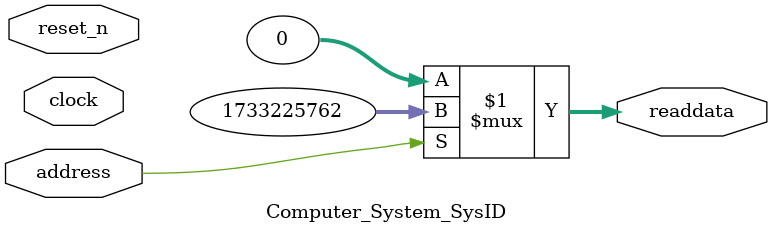
<source format=v>



// synthesis translate_off
`timescale 1ns / 1ps
// synthesis translate_on

// turn off superfluous verilog processor warnings 
// altera message_level Level1 
// altera message_off 10034 10035 10036 10037 10230 10240 10030 

module Computer_System_SysID (
               // inputs:
                address,
                clock,
                reset_n,

               // outputs:
                readdata
             )
;

  output  [ 31: 0] readdata;
  input            address;
  input            clock;
  input            reset_n;

  wire    [ 31: 0] readdata;
  //control_slave, which is an e_avalon_slave
  assign readdata = address ? 1733225762 : 0;

endmodule



</source>
